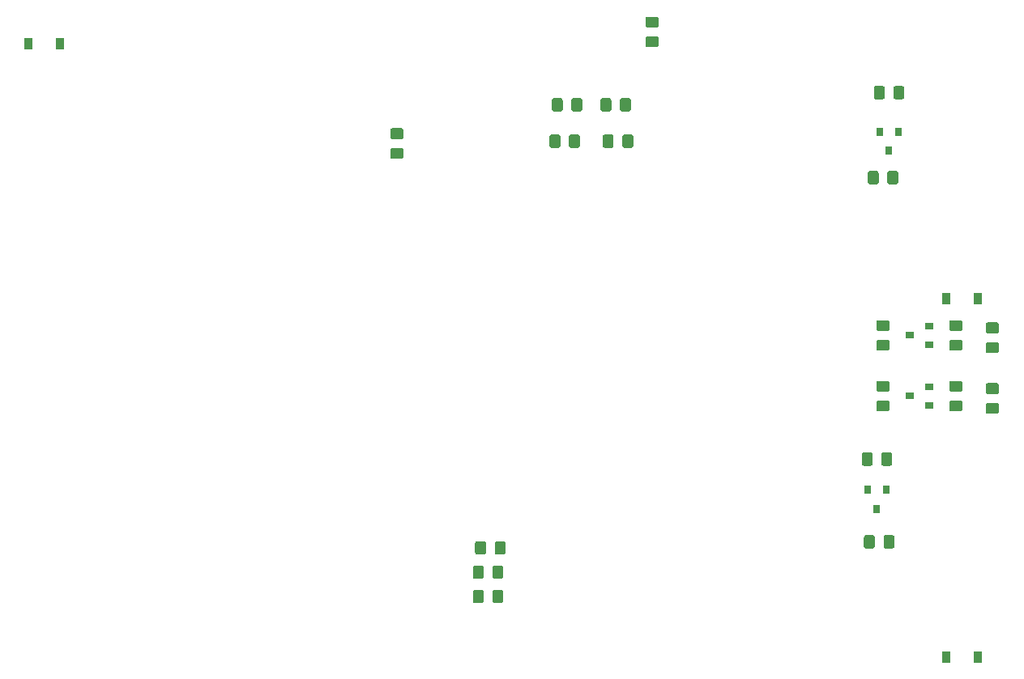
<source format=gbr>
G04 #@! TF.GenerationSoftware,KiCad,Pcbnew,5.1.5-52549c5~84~ubuntu18.04.1*
G04 #@! TF.CreationDate,2020-03-30T21:13:51+05:30*
G04 #@! TF.ProjectId,osvent_controller,6f737665-6e74-45f6-936f-6e74726f6c6c,rev?*
G04 #@! TF.SameCoordinates,Original*
G04 #@! TF.FileFunction,Paste,Top*
G04 #@! TF.FilePolarity,Positive*
%FSLAX46Y46*%
G04 Gerber Fmt 4.6, Leading zero omitted, Abs format (unit mm)*
G04 Created by KiCad (PCBNEW 5.1.5-52549c5~84~ubuntu18.04.1) date 2020-03-30 21:13:51*
%MOMM*%
%LPD*%
G04 APERTURE LIST*
%ADD10C,0.100000*%
%ADD11R,0.900000X0.800000*%
%ADD12R,0.800000X0.900000*%
%ADD13R,0.900000X1.200000*%
G04 APERTURE END LIST*
D10*
G36*
X151604505Y-68251204D02*
G01*
X151628773Y-68254804D01*
X151652572Y-68260765D01*
X151675671Y-68269030D01*
X151697850Y-68279520D01*
X151718893Y-68292132D01*
X151738599Y-68306747D01*
X151756777Y-68323223D01*
X151773253Y-68341401D01*
X151787868Y-68361107D01*
X151800480Y-68382150D01*
X151810970Y-68404329D01*
X151819235Y-68427428D01*
X151825196Y-68451227D01*
X151828796Y-68475495D01*
X151830000Y-68499999D01*
X151830000Y-69150001D01*
X151828796Y-69174505D01*
X151825196Y-69198773D01*
X151819235Y-69222572D01*
X151810970Y-69245671D01*
X151800480Y-69267850D01*
X151787868Y-69288893D01*
X151773253Y-69308599D01*
X151756777Y-69326777D01*
X151738599Y-69343253D01*
X151718893Y-69357868D01*
X151697850Y-69370480D01*
X151675671Y-69380970D01*
X151652572Y-69389235D01*
X151628773Y-69395196D01*
X151604505Y-69398796D01*
X151580001Y-69400000D01*
X150679999Y-69400000D01*
X150655495Y-69398796D01*
X150631227Y-69395196D01*
X150607428Y-69389235D01*
X150584329Y-69380970D01*
X150562150Y-69370480D01*
X150541107Y-69357868D01*
X150521401Y-69343253D01*
X150503223Y-69326777D01*
X150486747Y-69308599D01*
X150472132Y-69288893D01*
X150459520Y-69267850D01*
X150449030Y-69245671D01*
X150440765Y-69222572D01*
X150434804Y-69198773D01*
X150431204Y-69174505D01*
X150430000Y-69150001D01*
X150430000Y-68499999D01*
X150431204Y-68475495D01*
X150434804Y-68451227D01*
X150440765Y-68427428D01*
X150449030Y-68404329D01*
X150459520Y-68382150D01*
X150472132Y-68361107D01*
X150486747Y-68341401D01*
X150503223Y-68323223D01*
X150521401Y-68306747D01*
X150541107Y-68292132D01*
X150562150Y-68279520D01*
X150584329Y-68269030D01*
X150607428Y-68260765D01*
X150631227Y-68254804D01*
X150655495Y-68251204D01*
X150679999Y-68250000D01*
X151580001Y-68250000D01*
X151604505Y-68251204D01*
G37*
G36*
X151604505Y-70301204D02*
G01*
X151628773Y-70304804D01*
X151652572Y-70310765D01*
X151675671Y-70319030D01*
X151697850Y-70329520D01*
X151718893Y-70342132D01*
X151738599Y-70356747D01*
X151756777Y-70373223D01*
X151773253Y-70391401D01*
X151787868Y-70411107D01*
X151800480Y-70432150D01*
X151810970Y-70454329D01*
X151819235Y-70477428D01*
X151825196Y-70501227D01*
X151828796Y-70525495D01*
X151830000Y-70549999D01*
X151830000Y-71200001D01*
X151828796Y-71224505D01*
X151825196Y-71248773D01*
X151819235Y-71272572D01*
X151810970Y-71295671D01*
X151800480Y-71317850D01*
X151787868Y-71338893D01*
X151773253Y-71358599D01*
X151756777Y-71376777D01*
X151738599Y-71393253D01*
X151718893Y-71407868D01*
X151697850Y-71420480D01*
X151675671Y-71430970D01*
X151652572Y-71439235D01*
X151628773Y-71445196D01*
X151604505Y-71448796D01*
X151580001Y-71450000D01*
X150679999Y-71450000D01*
X150655495Y-71448796D01*
X150631227Y-71445196D01*
X150607428Y-71439235D01*
X150584329Y-71430970D01*
X150562150Y-71420480D01*
X150541107Y-71407868D01*
X150521401Y-71393253D01*
X150503223Y-71376777D01*
X150486747Y-71358599D01*
X150472132Y-71338893D01*
X150459520Y-71317850D01*
X150449030Y-71295671D01*
X150440765Y-71272572D01*
X150434804Y-71248773D01*
X150431204Y-71224505D01*
X150430000Y-71200001D01*
X150430000Y-70549999D01*
X150431204Y-70525495D01*
X150434804Y-70501227D01*
X150440765Y-70477428D01*
X150449030Y-70454329D01*
X150459520Y-70432150D01*
X150472132Y-70411107D01*
X150486747Y-70391401D01*
X150503223Y-70373223D01*
X150521401Y-70356747D01*
X150541107Y-70342132D01*
X150562150Y-70329520D01*
X150584329Y-70319030D01*
X150607428Y-70310765D01*
X150631227Y-70304804D01*
X150655495Y-70301204D01*
X150679999Y-70300000D01*
X151580001Y-70300000D01*
X151604505Y-70301204D01*
G37*
G36*
X151604505Y-61901204D02*
G01*
X151628773Y-61904804D01*
X151652572Y-61910765D01*
X151675671Y-61919030D01*
X151697850Y-61929520D01*
X151718893Y-61942132D01*
X151738599Y-61956747D01*
X151756777Y-61973223D01*
X151773253Y-61991401D01*
X151787868Y-62011107D01*
X151800480Y-62032150D01*
X151810970Y-62054329D01*
X151819235Y-62077428D01*
X151825196Y-62101227D01*
X151828796Y-62125495D01*
X151830000Y-62149999D01*
X151830000Y-62800001D01*
X151828796Y-62824505D01*
X151825196Y-62848773D01*
X151819235Y-62872572D01*
X151810970Y-62895671D01*
X151800480Y-62917850D01*
X151787868Y-62938893D01*
X151773253Y-62958599D01*
X151756777Y-62976777D01*
X151738599Y-62993253D01*
X151718893Y-63007868D01*
X151697850Y-63020480D01*
X151675671Y-63030970D01*
X151652572Y-63039235D01*
X151628773Y-63045196D01*
X151604505Y-63048796D01*
X151580001Y-63050000D01*
X150679999Y-63050000D01*
X150655495Y-63048796D01*
X150631227Y-63045196D01*
X150607428Y-63039235D01*
X150584329Y-63030970D01*
X150562150Y-63020480D01*
X150541107Y-63007868D01*
X150521401Y-62993253D01*
X150503223Y-62976777D01*
X150486747Y-62958599D01*
X150472132Y-62938893D01*
X150459520Y-62917850D01*
X150449030Y-62895671D01*
X150440765Y-62872572D01*
X150434804Y-62848773D01*
X150431204Y-62824505D01*
X150430000Y-62800001D01*
X150430000Y-62149999D01*
X150431204Y-62125495D01*
X150434804Y-62101227D01*
X150440765Y-62077428D01*
X150449030Y-62054329D01*
X150459520Y-62032150D01*
X150472132Y-62011107D01*
X150486747Y-61991401D01*
X150503223Y-61973223D01*
X150521401Y-61956747D01*
X150541107Y-61942132D01*
X150562150Y-61929520D01*
X150584329Y-61919030D01*
X150607428Y-61910765D01*
X150631227Y-61904804D01*
X150655495Y-61901204D01*
X150679999Y-61900000D01*
X151580001Y-61900000D01*
X151604505Y-61901204D01*
G37*
G36*
X151604505Y-63951204D02*
G01*
X151628773Y-63954804D01*
X151652572Y-63960765D01*
X151675671Y-63969030D01*
X151697850Y-63979520D01*
X151718893Y-63992132D01*
X151738599Y-64006747D01*
X151756777Y-64023223D01*
X151773253Y-64041401D01*
X151787868Y-64061107D01*
X151800480Y-64082150D01*
X151810970Y-64104329D01*
X151819235Y-64127428D01*
X151825196Y-64151227D01*
X151828796Y-64175495D01*
X151830000Y-64199999D01*
X151830000Y-64850001D01*
X151828796Y-64874505D01*
X151825196Y-64898773D01*
X151819235Y-64922572D01*
X151810970Y-64945671D01*
X151800480Y-64967850D01*
X151787868Y-64988893D01*
X151773253Y-65008599D01*
X151756777Y-65026777D01*
X151738599Y-65043253D01*
X151718893Y-65057868D01*
X151697850Y-65070480D01*
X151675671Y-65080970D01*
X151652572Y-65089235D01*
X151628773Y-65095196D01*
X151604505Y-65098796D01*
X151580001Y-65100000D01*
X150679999Y-65100000D01*
X150655495Y-65098796D01*
X150631227Y-65095196D01*
X150607428Y-65089235D01*
X150584329Y-65080970D01*
X150562150Y-65070480D01*
X150541107Y-65057868D01*
X150521401Y-65043253D01*
X150503223Y-65026777D01*
X150486747Y-65008599D01*
X150472132Y-64988893D01*
X150459520Y-64967850D01*
X150449030Y-64945671D01*
X150440765Y-64922572D01*
X150434804Y-64898773D01*
X150431204Y-64874505D01*
X150430000Y-64850001D01*
X150430000Y-64199999D01*
X150431204Y-64175495D01*
X150434804Y-64151227D01*
X150440765Y-64127428D01*
X150449030Y-64104329D01*
X150459520Y-64082150D01*
X150472132Y-64061107D01*
X150486747Y-64041401D01*
X150503223Y-64023223D01*
X150521401Y-64006747D01*
X150541107Y-63992132D01*
X150562150Y-63979520D01*
X150584329Y-63969030D01*
X150607428Y-63960765D01*
X150631227Y-63954804D01*
X150655495Y-63951204D01*
X150679999Y-63950000D01*
X151580001Y-63950000D01*
X151604505Y-63951204D01*
G37*
G36*
X155414505Y-68496204D02*
G01*
X155438773Y-68499804D01*
X155462572Y-68505765D01*
X155485671Y-68514030D01*
X155507850Y-68524520D01*
X155528893Y-68537132D01*
X155548599Y-68551747D01*
X155566777Y-68568223D01*
X155583253Y-68586401D01*
X155597868Y-68606107D01*
X155610480Y-68627150D01*
X155620970Y-68649329D01*
X155629235Y-68672428D01*
X155635196Y-68696227D01*
X155638796Y-68720495D01*
X155640000Y-68744999D01*
X155640000Y-69395001D01*
X155638796Y-69419505D01*
X155635196Y-69443773D01*
X155629235Y-69467572D01*
X155620970Y-69490671D01*
X155610480Y-69512850D01*
X155597868Y-69533893D01*
X155583253Y-69553599D01*
X155566777Y-69571777D01*
X155548599Y-69588253D01*
X155528893Y-69602868D01*
X155507850Y-69615480D01*
X155485671Y-69625970D01*
X155462572Y-69634235D01*
X155438773Y-69640196D01*
X155414505Y-69643796D01*
X155390001Y-69645000D01*
X154489999Y-69645000D01*
X154465495Y-69643796D01*
X154441227Y-69640196D01*
X154417428Y-69634235D01*
X154394329Y-69625970D01*
X154372150Y-69615480D01*
X154351107Y-69602868D01*
X154331401Y-69588253D01*
X154313223Y-69571777D01*
X154296747Y-69553599D01*
X154282132Y-69533893D01*
X154269520Y-69512850D01*
X154259030Y-69490671D01*
X154250765Y-69467572D01*
X154244804Y-69443773D01*
X154241204Y-69419505D01*
X154240000Y-69395001D01*
X154240000Y-68744999D01*
X154241204Y-68720495D01*
X154244804Y-68696227D01*
X154250765Y-68672428D01*
X154259030Y-68649329D01*
X154269520Y-68627150D01*
X154282132Y-68606107D01*
X154296747Y-68586401D01*
X154313223Y-68568223D01*
X154331401Y-68551747D01*
X154351107Y-68537132D01*
X154372150Y-68524520D01*
X154394329Y-68514030D01*
X154417428Y-68505765D01*
X154441227Y-68499804D01*
X154465495Y-68496204D01*
X154489999Y-68495000D01*
X155390001Y-68495000D01*
X155414505Y-68496204D01*
G37*
G36*
X155414505Y-70546204D02*
G01*
X155438773Y-70549804D01*
X155462572Y-70555765D01*
X155485671Y-70564030D01*
X155507850Y-70574520D01*
X155528893Y-70587132D01*
X155548599Y-70601747D01*
X155566777Y-70618223D01*
X155583253Y-70636401D01*
X155597868Y-70656107D01*
X155610480Y-70677150D01*
X155620970Y-70699329D01*
X155629235Y-70722428D01*
X155635196Y-70746227D01*
X155638796Y-70770495D01*
X155640000Y-70794999D01*
X155640000Y-71445001D01*
X155638796Y-71469505D01*
X155635196Y-71493773D01*
X155629235Y-71517572D01*
X155620970Y-71540671D01*
X155610480Y-71562850D01*
X155597868Y-71583893D01*
X155583253Y-71603599D01*
X155566777Y-71621777D01*
X155548599Y-71638253D01*
X155528893Y-71652868D01*
X155507850Y-71665480D01*
X155485671Y-71675970D01*
X155462572Y-71684235D01*
X155438773Y-71690196D01*
X155414505Y-71693796D01*
X155390001Y-71695000D01*
X154489999Y-71695000D01*
X154465495Y-71693796D01*
X154441227Y-71690196D01*
X154417428Y-71684235D01*
X154394329Y-71675970D01*
X154372150Y-71665480D01*
X154351107Y-71652868D01*
X154331401Y-71638253D01*
X154313223Y-71621777D01*
X154296747Y-71603599D01*
X154282132Y-71583893D01*
X154269520Y-71562850D01*
X154259030Y-71540671D01*
X154250765Y-71517572D01*
X154244804Y-71493773D01*
X154241204Y-71469505D01*
X154240000Y-71445001D01*
X154240000Y-70794999D01*
X154241204Y-70770495D01*
X154244804Y-70746227D01*
X154250765Y-70722428D01*
X154259030Y-70699329D01*
X154269520Y-70677150D01*
X154282132Y-70656107D01*
X154296747Y-70636401D01*
X154313223Y-70618223D01*
X154331401Y-70601747D01*
X154351107Y-70587132D01*
X154372150Y-70574520D01*
X154394329Y-70564030D01*
X154417428Y-70555765D01*
X154441227Y-70549804D01*
X154465495Y-70546204D01*
X154489999Y-70545000D01*
X155390001Y-70545000D01*
X155414505Y-70546204D01*
G37*
G36*
X155414505Y-62146204D02*
G01*
X155438773Y-62149804D01*
X155462572Y-62155765D01*
X155485671Y-62164030D01*
X155507850Y-62174520D01*
X155528893Y-62187132D01*
X155548599Y-62201747D01*
X155566777Y-62218223D01*
X155583253Y-62236401D01*
X155597868Y-62256107D01*
X155610480Y-62277150D01*
X155620970Y-62299329D01*
X155629235Y-62322428D01*
X155635196Y-62346227D01*
X155638796Y-62370495D01*
X155640000Y-62394999D01*
X155640000Y-63045001D01*
X155638796Y-63069505D01*
X155635196Y-63093773D01*
X155629235Y-63117572D01*
X155620970Y-63140671D01*
X155610480Y-63162850D01*
X155597868Y-63183893D01*
X155583253Y-63203599D01*
X155566777Y-63221777D01*
X155548599Y-63238253D01*
X155528893Y-63252868D01*
X155507850Y-63265480D01*
X155485671Y-63275970D01*
X155462572Y-63284235D01*
X155438773Y-63290196D01*
X155414505Y-63293796D01*
X155390001Y-63295000D01*
X154489999Y-63295000D01*
X154465495Y-63293796D01*
X154441227Y-63290196D01*
X154417428Y-63284235D01*
X154394329Y-63275970D01*
X154372150Y-63265480D01*
X154351107Y-63252868D01*
X154331401Y-63238253D01*
X154313223Y-63221777D01*
X154296747Y-63203599D01*
X154282132Y-63183893D01*
X154269520Y-63162850D01*
X154259030Y-63140671D01*
X154250765Y-63117572D01*
X154244804Y-63093773D01*
X154241204Y-63069505D01*
X154240000Y-63045001D01*
X154240000Y-62394999D01*
X154241204Y-62370495D01*
X154244804Y-62346227D01*
X154250765Y-62322428D01*
X154259030Y-62299329D01*
X154269520Y-62277150D01*
X154282132Y-62256107D01*
X154296747Y-62236401D01*
X154313223Y-62218223D01*
X154331401Y-62201747D01*
X154351107Y-62187132D01*
X154372150Y-62174520D01*
X154394329Y-62164030D01*
X154417428Y-62155765D01*
X154441227Y-62149804D01*
X154465495Y-62146204D01*
X154489999Y-62145000D01*
X155390001Y-62145000D01*
X155414505Y-62146204D01*
G37*
G36*
X155414505Y-64196204D02*
G01*
X155438773Y-64199804D01*
X155462572Y-64205765D01*
X155485671Y-64214030D01*
X155507850Y-64224520D01*
X155528893Y-64237132D01*
X155548599Y-64251747D01*
X155566777Y-64268223D01*
X155583253Y-64286401D01*
X155597868Y-64306107D01*
X155610480Y-64327150D01*
X155620970Y-64349329D01*
X155629235Y-64372428D01*
X155635196Y-64396227D01*
X155638796Y-64420495D01*
X155640000Y-64444999D01*
X155640000Y-65095001D01*
X155638796Y-65119505D01*
X155635196Y-65143773D01*
X155629235Y-65167572D01*
X155620970Y-65190671D01*
X155610480Y-65212850D01*
X155597868Y-65233893D01*
X155583253Y-65253599D01*
X155566777Y-65271777D01*
X155548599Y-65288253D01*
X155528893Y-65302868D01*
X155507850Y-65315480D01*
X155485671Y-65325970D01*
X155462572Y-65334235D01*
X155438773Y-65340196D01*
X155414505Y-65343796D01*
X155390001Y-65345000D01*
X154489999Y-65345000D01*
X154465495Y-65343796D01*
X154441227Y-65340196D01*
X154417428Y-65334235D01*
X154394329Y-65325970D01*
X154372150Y-65315480D01*
X154351107Y-65302868D01*
X154331401Y-65288253D01*
X154313223Y-65271777D01*
X154296747Y-65253599D01*
X154282132Y-65233893D01*
X154269520Y-65212850D01*
X154259030Y-65190671D01*
X154250765Y-65167572D01*
X154244804Y-65143773D01*
X154241204Y-65119505D01*
X154240000Y-65095001D01*
X154240000Y-64444999D01*
X154241204Y-64420495D01*
X154244804Y-64396227D01*
X154250765Y-64372428D01*
X154259030Y-64349329D01*
X154269520Y-64327150D01*
X154282132Y-64306107D01*
X154296747Y-64286401D01*
X154313223Y-64268223D01*
X154331401Y-64251747D01*
X154351107Y-64237132D01*
X154372150Y-64224520D01*
X154394329Y-64214030D01*
X154417428Y-64205765D01*
X154441227Y-64199804D01*
X154465495Y-64196204D01*
X154489999Y-64195000D01*
X155390001Y-64195000D01*
X155414505Y-64196204D01*
G37*
G36*
X143984505Y-68251204D02*
G01*
X144008773Y-68254804D01*
X144032572Y-68260765D01*
X144055671Y-68269030D01*
X144077850Y-68279520D01*
X144098893Y-68292132D01*
X144118599Y-68306747D01*
X144136777Y-68323223D01*
X144153253Y-68341401D01*
X144167868Y-68361107D01*
X144180480Y-68382150D01*
X144190970Y-68404329D01*
X144199235Y-68427428D01*
X144205196Y-68451227D01*
X144208796Y-68475495D01*
X144210000Y-68499999D01*
X144210000Y-69150001D01*
X144208796Y-69174505D01*
X144205196Y-69198773D01*
X144199235Y-69222572D01*
X144190970Y-69245671D01*
X144180480Y-69267850D01*
X144167868Y-69288893D01*
X144153253Y-69308599D01*
X144136777Y-69326777D01*
X144118599Y-69343253D01*
X144098893Y-69357868D01*
X144077850Y-69370480D01*
X144055671Y-69380970D01*
X144032572Y-69389235D01*
X144008773Y-69395196D01*
X143984505Y-69398796D01*
X143960001Y-69400000D01*
X143059999Y-69400000D01*
X143035495Y-69398796D01*
X143011227Y-69395196D01*
X142987428Y-69389235D01*
X142964329Y-69380970D01*
X142942150Y-69370480D01*
X142921107Y-69357868D01*
X142901401Y-69343253D01*
X142883223Y-69326777D01*
X142866747Y-69308599D01*
X142852132Y-69288893D01*
X142839520Y-69267850D01*
X142829030Y-69245671D01*
X142820765Y-69222572D01*
X142814804Y-69198773D01*
X142811204Y-69174505D01*
X142810000Y-69150001D01*
X142810000Y-68499999D01*
X142811204Y-68475495D01*
X142814804Y-68451227D01*
X142820765Y-68427428D01*
X142829030Y-68404329D01*
X142839520Y-68382150D01*
X142852132Y-68361107D01*
X142866747Y-68341401D01*
X142883223Y-68323223D01*
X142901401Y-68306747D01*
X142921107Y-68292132D01*
X142942150Y-68279520D01*
X142964329Y-68269030D01*
X142987428Y-68260765D01*
X143011227Y-68254804D01*
X143035495Y-68251204D01*
X143059999Y-68250000D01*
X143960001Y-68250000D01*
X143984505Y-68251204D01*
G37*
G36*
X143984505Y-70301204D02*
G01*
X144008773Y-70304804D01*
X144032572Y-70310765D01*
X144055671Y-70319030D01*
X144077850Y-70329520D01*
X144098893Y-70342132D01*
X144118599Y-70356747D01*
X144136777Y-70373223D01*
X144153253Y-70391401D01*
X144167868Y-70411107D01*
X144180480Y-70432150D01*
X144190970Y-70454329D01*
X144199235Y-70477428D01*
X144205196Y-70501227D01*
X144208796Y-70525495D01*
X144210000Y-70549999D01*
X144210000Y-71200001D01*
X144208796Y-71224505D01*
X144205196Y-71248773D01*
X144199235Y-71272572D01*
X144190970Y-71295671D01*
X144180480Y-71317850D01*
X144167868Y-71338893D01*
X144153253Y-71358599D01*
X144136777Y-71376777D01*
X144118599Y-71393253D01*
X144098893Y-71407868D01*
X144077850Y-71420480D01*
X144055671Y-71430970D01*
X144032572Y-71439235D01*
X144008773Y-71445196D01*
X143984505Y-71448796D01*
X143960001Y-71450000D01*
X143059999Y-71450000D01*
X143035495Y-71448796D01*
X143011227Y-71445196D01*
X142987428Y-71439235D01*
X142964329Y-71430970D01*
X142942150Y-71420480D01*
X142921107Y-71407868D01*
X142901401Y-71393253D01*
X142883223Y-71376777D01*
X142866747Y-71358599D01*
X142852132Y-71338893D01*
X142839520Y-71317850D01*
X142829030Y-71295671D01*
X142820765Y-71272572D01*
X142814804Y-71248773D01*
X142811204Y-71224505D01*
X142810000Y-71200001D01*
X142810000Y-70549999D01*
X142811204Y-70525495D01*
X142814804Y-70501227D01*
X142820765Y-70477428D01*
X142829030Y-70454329D01*
X142839520Y-70432150D01*
X142852132Y-70411107D01*
X142866747Y-70391401D01*
X142883223Y-70373223D01*
X142901401Y-70356747D01*
X142921107Y-70342132D01*
X142942150Y-70329520D01*
X142964329Y-70319030D01*
X142987428Y-70310765D01*
X143011227Y-70304804D01*
X143035495Y-70301204D01*
X143059999Y-70300000D01*
X143960001Y-70300000D01*
X143984505Y-70301204D01*
G37*
G36*
X143984505Y-61901204D02*
G01*
X144008773Y-61904804D01*
X144032572Y-61910765D01*
X144055671Y-61919030D01*
X144077850Y-61929520D01*
X144098893Y-61942132D01*
X144118599Y-61956747D01*
X144136777Y-61973223D01*
X144153253Y-61991401D01*
X144167868Y-62011107D01*
X144180480Y-62032150D01*
X144190970Y-62054329D01*
X144199235Y-62077428D01*
X144205196Y-62101227D01*
X144208796Y-62125495D01*
X144210000Y-62149999D01*
X144210000Y-62800001D01*
X144208796Y-62824505D01*
X144205196Y-62848773D01*
X144199235Y-62872572D01*
X144190970Y-62895671D01*
X144180480Y-62917850D01*
X144167868Y-62938893D01*
X144153253Y-62958599D01*
X144136777Y-62976777D01*
X144118599Y-62993253D01*
X144098893Y-63007868D01*
X144077850Y-63020480D01*
X144055671Y-63030970D01*
X144032572Y-63039235D01*
X144008773Y-63045196D01*
X143984505Y-63048796D01*
X143960001Y-63050000D01*
X143059999Y-63050000D01*
X143035495Y-63048796D01*
X143011227Y-63045196D01*
X142987428Y-63039235D01*
X142964329Y-63030970D01*
X142942150Y-63020480D01*
X142921107Y-63007868D01*
X142901401Y-62993253D01*
X142883223Y-62976777D01*
X142866747Y-62958599D01*
X142852132Y-62938893D01*
X142839520Y-62917850D01*
X142829030Y-62895671D01*
X142820765Y-62872572D01*
X142814804Y-62848773D01*
X142811204Y-62824505D01*
X142810000Y-62800001D01*
X142810000Y-62149999D01*
X142811204Y-62125495D01*
X142814804Y-62101227D01*
X142820765Y-62077428D01*
X142829030Y-62054329D01*
X142839520Y-62032150D01*
X142852132Y-62011107D01*
X142866747Y-61991401D01*
X142883223Y-61973223D01*
X142901401Y-61956747D01*
X142921107Y-61942132D01*
X142942150Y-61929520D01*
X142964329Y-61919030D01*
X142987428Y-61910765D01*
X143011227Y-61904804D01*
X143035495Y-61901204D01*
X143059999Y-61900000D01*
X143960001Y-61900000D01*
X143984505Y-61901204D01*
G37*
G36*
X143984505Y-63951204D02*
G01*
X144008773Y-63954804D01*
X144032572Y-63960765D01*
X144055671Y-63969030D01*
X144077850Y-63979520D01*
X144098893Y-63992132D01*
X144118599Y-64006747D01*
X144136777Y-64023223D01*
X144153253Y-64041401D01*
X144167868Y-64061107D01*
X144180480Y-64082150D01*
X144190970Y-64104329D01*
X144199235Y-64127428D01*
X144205196Y-64151227D01*
X144208796Y-64175495D01*
X144210000Y-64199999D01*
X144210000Y-64850001D01*
X144208796Y-64874505D01*
X144205196Y-64898773D01*
X144199235Y-64922572D01*
X144190970Y-64945671D01*
X144180480Y-64967850D01*
X144167868Y-64988893D01*
X144153253Y-65008599D01*
X144136777Y-65026777D01*
X144118599Y-65043253D01*
X144098893Y-65057868D01*
X144077850Y-65070480D01*
X144055671Y-65080970D01*
X144032572Y-65089235D01*
X144008773Y-65095196D01*
X143984505Y-65098796D01*
X143960001Y-65100000D01*
X143059999Y-65100000D01*
X143035495Y-65098796D01*
X143011227Y-65095196D01*
X142987428Y-65089235D01*
X142964329Y-65080970D01*
X142942150Y-65070480D01*
X142921107Y-65057868D01*
X142901401Y-65043253D01*
X142883223Y-65026777D01*
X142866747Y-65008599D01*
X142852132Y-64988893D01*
X142839520Y-64967850D01*
X142829030Y-64945671D01*
X142820765Y-64922572D01*
X142814804Y-64898773D01*
X142811204Y-64874505D01*
X142810000Y-64850001D01*
X142810000Y-64199999D01*
X142811204Y-64175495D01*
X142814804Y-64151227D01*
X142820765Y-64127428D01*
X142829030Y-64104329D01*
X142839520Y-64082150D01*
X142852132Y-64061107D01*
X142866747Y-64041401D01*
X142883223Y-64023223D01*
X142901401Y-64006747D01*
X142921107Y-63992132D01*
X142942150Y-63979520D01*
X142964329Y-63969030D01*
X142987428Y-63960765D01*
X143011227Y-63954804D01*
X143035495Y-63951204D01*
X143059999Y-63950000D01*
X143960001Y-63950000D01*
X143984505Y-63951204D01*
G37*
D11*
X146320000Y-69850000D03*
X148320000Y-68900000D03*
X148320000Y-70800000D03*
X146320000Y-63500000D03*
X148320000Y-62550000D03*
X148320000Y-64450000D03*
D12*
X142875000Y-81645000D03*
X141925000Y-79645000D03*
X143825000Y-79645000D03*
D10*
G36*
X142834505Y-46291204D02*
G01*
X142858773Y-46294804D01*
X142882572Y-46300765D01*
X142905671Y-46309030D01*
X142927850Y-46319520D01*
X142948893Y-46332132D01*
X142968599Y-46346747D01*
X142986777Y-46363223D01*
X143003253Y-46381401D01*
X143017868Y-46401107D01*
X143030480Y-46422150D01*
X143040970Y-46444329D01*
X143049235Y-46467428D01*
X143055196Y-46491227D01*
X143058796Y-46515495D01*
X143060000Y-46539999D01*
X143060000Y-47440001D01*
X143058796Y-47464505D01*
X143055196Y-47488773D01*
X143049235Y-47512572D01*
X143040970Y-47535671D01*
X143030480Y-47557850D01*
X143017868Y-47578893D01*
X143003253Y-47598599D01*
X142986777Y-47616777D01*
X142968599Y-47633253D01*
X142948893Y-47647868D01*
X142927850Y-47660480D01*
X142905671Y-47670970D01*
X142882572Y-47679235D01*
X142858773Y-47685196D01*
X142834505Y-47688796D01*
X142810001Y-47690000D01*
X142159999Y-47690000D01*
X142135495Y-47688796D01*
X142111227Y-47685196D01*
X142087428Y-47679235D01*
X142064329Y-47670970D01*
X142042150Y-47660480D01*
X142021107Y-47647868D01*
X142001401Y-47633253D01*
X141983223Y-47616777D01*
X141966747Y-47598599D01*
X141952132Y-47578893D01*
X141939520Y-47557850D01*
X141929030Y-47535671D01*
X141920765Y-47512572D01*
X141914804Y-47488773D01*
X141911204Y-47464505D01*
X141910000Y-47440001D01*
X141910000Y-46539999D01*
X141911204Y-46515495D01*
X141914804Y-46491227D01*
X141920765Y-46467428D01*
X141929030Y-46444329D01*
X141939520Y-46422150D01*
X141952132Y-46401107D01*
X141966747Y-46381401D01*
X141983223Y-46363223D01*
X142001401Y-46346747D01*
X142021107Y-46332132D01*
X142042150Y-46319520D01*
X142064329Y-46309030D01*
X142087428Y-46300765D01*
X142111227Y-46294804D01*
X142135495Y-46291204D01*
X142159999Y-46290000D01*
X142810001Y-46290000D01*
X142834505Y-46291204D01*
G37*
G36*
X144884505Y-46291204D02*
G01*
X144908773Y-46294804D01*
X144932572Y-46300765D01*
X144955671Y-46309030D01*
X144977850Y-46319520D01*
X144998893Y-46332132D01*
X145018599Y-46346747D01*
X145036777Y-46363223D01*
X145053253Y-46381401D01*
X145067868Y-46401107D01*
X145080480Y-46422150D01*
X145090970Y-46444329D01*
X145099235Y-46467428D01*
X145105196Y-46491227D01*
X145108796Y-46515495D01*
X145110000Y-46539999D01*
X145110000Y-47440001D01*
X145108796Y-47464505D01*
X145105196Y-47488773D01*
X145099235Y-47512572D01*
X145090970Y-47535671D01*
X145080480Y-47557850D01*
X145067868Y-47578893D01*
X145053253Y-47598599D01*
X145036777Y-47616777D01*
X145018599Y-47633253D01*
X144998893Y-47647868D01*
X144977850Y-47660480D01*
X144955671Y-47670970D01*
X144932572Y-47679235D01*
X144908773Y-47685196D01*
X144884505Y-47688796D01*
X144860001Y-47690000D01*
X144209999Y-47690000D01*
X144185495Y-47688796D01*
X144161227Y-47685196D01*
X144137428Y-47679235D01*
X144114329Y-47670970D01*
X144092150Y-47660480D01*
X144071107Y-47647868D01*
X144051401Y-47633253D01*
X144033223Y-47616777D01*
X144016747Y-47598599D01*
X144002132Y-47578893D01*
X143989520Y-47557850D01*
X143979030Y-47535671D01*
X143970765Y-47512572D01*
X143964804Y-47488773D01*
X143961204Y-47464505D01*
X143960000Y-47440001D01*
X143960000Y-46539999D01*
X143961204Y-46515495D01*
X143964804Y-46491227D01*
X143970765Y-46467428D01*
X143979030Y-46444329D01*
X143989520Y-46422150D01*
X144002132Y-46401107D01*
X144016747Y-46381401D01*
X144033223Y-46363223D01*
X144051401Y-46346747D01*
X144071107Y-46332132D01*
X144092150Y-46319520D01*
X144114329Y-46309030D01*
X144137428Y-46300765D01*
X144161227Y-46294804D01*
X144185495Y-46291204D01*
X144209999Y-46290000D01*
X144860001Y-46290000D01*
X144884505Y-46291204D01*
G37*
D13*
X153415000Y-59690000D03*
X150115000Y-59690000D03*
D10*
G36*
X142199505Y-75746204D02*
G01*
X142223773Y-75749804D01*
X142247572Y-75755765D01*
X142270671Y-75764030D01*
X142292850Y-75774520D01*
X142313893Y-75787132D01*
X142333599Y-75801747D01*
X142351777Y-75818223D01*
X142368253Y-75836401D01*
X142382868Y-75856107D01*
X142395480Y-75877150D01*
X142405970Y-75899329D01*
X142414235Y-75922428D01*
X142420196Y-75946227D01*
X142423796Y-75970495D01*
X142425000Y-75994999D01*
X142425000Y-76895001D01*
X142423796Y-76919505D01*
X142420196Y-76943773D01*
X142414235Y-76967572D01*
X142405970Y-76990671D01*
X142395480Y-77012850D01*
X142382868Y-77033893D01*
X142368253Y-77053599D01*
X142351777Y-77071777D01*
X142333599Y-77088253D01*
X142313893Y-77102868D01*
X142292850Y-77115480D01*
X142270671Y-77125970D01*
X142247572Y-77134235D01*
X142223773Y-77140196D01*
X142199505Y-77143796D01*
X142175001Y-77145000D01*
X141524999Y-77145000D01*
X141500495Y-77143796D01*
X141476227Y-77140196D01*
X141452428Y-77134235D01*
X141429329Y-77125970D01*
X141407150Y-77115480D01*
X141386107Y-77102868D01*
X141366401Y-77088253D01*
X141348223Y-77071777D01*
X141331747Y-77053599D01*
X141317132Y-77033893D01*
X141304520Y-77012850D01*
X141294030Y-76990671D01*
X141285765Y-76967572D01*
X141279804Y-76943773D01*
X141276204Y-76919505D01*
X141275000Y-76895001D01*
X141275000Y-75994999D01*
X141276204Y-75970495D01*
X141279804Y-75946227D01*
X141285765Y-75922428D01*
X141294030Y-75899329D01*
X141304520Y-75877150D01*
X141317132Y-75856107D01*
X141331747Y-75836401D01*
X141348223Y-75818223D01*
X141366401Y-75801747D01*
X141386107Y-75787132D01*
X141407150Y-75774520D01*
X141429329Y-75764030D01*
X141452428Y-75755765D01*
X141476227Y-75749804D01*
X141500495Y-75746204D01*
X141524999Y-75745000D01*
X142175001Y-75745000D01*
X142199505Y-75746204D01*
G37*
G36*
X144249505Y-75746204D02*
G01*
X144273773Y-75749804D01*
X144297572Y-75755765D01*
X144320671Y-75764030D01*
X144342850Y-75774520D01*
X144363893Y-75787132D01*
X144383599Y-75801747D01*
X144401777Y-75818223D01*
X144418253Y-75836401D01*
X144432868Y-75856107D01*
X144445480Y-75877150D01*
X144455970Y-75899329D01*
X144464235Y-75922428D01*
X144470196Y-75946227D01*
X144473796Y-75970495D01*
X144475000Y-75994999D01*
X144475000Y-76895001D01*
X144473796Y-76919505D01*
X144470196Y-76943773D01*
X144464235Y-76967572D01*
X144455970Y-76990671D01*
X144445480Y-77012850D01*
X144432868Y-77033893D01*
X144418253Y-77053599D01*
X144401777Y-77071777D01*
X144383599Y-77088253D01*
X144363893Y-77102868D01*
X144342850Y-77115480D01*
X144320671Y-77125970D01*
X144297572Y-77134235D01*
X144273773Y-77140196D01*
X144249505Y-77143796D01*
X144225001Y-77145000D01*
X143574999Y-77145000D01*
X143550495Y-77143796D01*
X143526227Y-77140196D01*
X143502428Y-77134235D01*
X143479329Y-77125970D01*
X143457150Y-77115480D01*
X143436107Y-77102868D01*
X143416401Y-77088253D01*
X143398223Y-77071777D01*
X143381747Y-77053599D01*
X143367132Y-77033893D01*
X143354520Y-77012850D01*
X143344030Y-76990671D01*
X143335765Y-76967572D01*
X143329804Y-76943773D01*
X143326204Y-76919505D01*
X143325000Y-76895001D01*
X143325000Y-75994999D01*
X143326204Y-75970495D01*
X143329804Y-75946227D01*
X143335765Y-75922428D01*
X143344030Y-75899329D01*
X143354520Y-75877150D01*
X143367132Y-75856107D01*
X143381747Y-75836401D01*
X143398223Y-75818223D01*
X143416401Y-75801747D01*
X143436107Y-75787132D01*
X143457150Y-75774520D01*
X143479329Y-75764030D01*
X143502428Y-75755765D01*
X143526227Y-75749804D01*
X143550495Y-75746204D01*
X143574999Y-75745000D01*
X144225001Y-75745000D01*
X144249505Y-75746204D01*
G37*
G36*
X144494505Y-84391204D02*
G01*
X144518773Y-84394804D01*
X144542572Y-84400765D01*
X144565671Y-84409030D01*
X144587850Y-84419520D01*
X144608893Y-84432132D01*
X144628599Y-84446747D01*
X144646777Y-84463223D01*
X144663253Y-84481401D01*
X144677868Y-84501107D01*
X144690480Y-84522150D01*
X144700970Y-84544329D01*
X144709235Y-84567428D01*
X144715196Y-84591227D01*
X144718796Y-84615495D01*
X144720000Y-84639999D01*
X144720000Y-85540001D01*
X144718796Y-85564505D01*
X144715196Y-85588773D01*
X144709235Y-85612572D01*
X144700970Y-85635671D01*
X144690480Y-85657850D01*
X144677868Y-85678893D01*
X144663253Y-85698599D01*
X144646777Y-85716777D01*
X144628599Y-85733253D01*
X144608893Y-85747868D01*
X144587850Y-85760480D01*
X144565671Y-85770970D01*
X144542572Y-85779235D01*
X144518773Y-85785196D01*
X144494505Y-85788796D01*
X144470001Y-85790000D01*
X143819999Y-85790000D01*
X143795495Y-85788796D01*
X143771227Y-85785196D01*
X143747428Y-85779235D01*
X143724329Y-85770970D01*
X143702150Y-85760480D01*
X143681107Y-85747868D01*
X143661401Y-85733253D01*
X143643223Y-85716777D01*
X143626747Y-85698599D01*
X143612132Y-85678893D01*
X143599520Y-85657850D01*
X143589030Y-85635671D01*
X143580765Y-85612572D01*
X143574804Y-85588773D01*
X143571204Y-85564505D01*
X143570000Y-85540001D01*
X143570000Y-84639999D01*
X143571204Y-84615495D01*
X143574804Y-84591227D01*
X143580765Y-84567428D01*
X143589030Y-84544329D01*
X143599520Y-84522150D01*
X143612132Y-84501107D01*
X143626747Y-84481401D01*
X143643223Y-84463223D01*
X143661401Y-84446747D01*
X143681107Y-84432132D01*
X143702150Y-84419520D01*
X143724329Y-84409030D01*
X143747428Y-84400765D01*
X143771227Y-84394804D01*
X143795495Y-84391204D01*
X143819999Y-84390000D01*
X144470001Y-84390000D01*
X144494505Y-84391204D01*
G37*
G36*
X142444505Y-84391204D02*
G01*
X142468773Y-84394804D01*
X142492572Y-84400765D01*
X142515671Y-84409030D01*
X142537850Y-84419520D01*
X142558893Y-84432132D01*
X142578599Y-84446747D01*
X142596777Y-84463223D01*
X142613253Y-84481401D01*
X142627868Y-84501107D01*
X142640480Y-84522150D01*
X142650970Y-84544329D01*
X142659235Y-84567428D01*
X142665196Y-84591227D01*
X142668796Y-84615495D01*
X142670000Y-84639999D01*
X142670000Y-85540001D01*
X142668796Y-85564505D01*
X142665196Y-85588773D01*
X142659235Y-85612572D01*
X142650970Y-85635671D01*
X142640480Y-85657850D01*
X142627868Y-85678893D01*
X142613253Y-85698599D01*
X142596777Y-85716777D01*
X142578599Y-85733253D01*
X142558893Y-85747868D01*
X142537850Y-85760480D01*
X142515671Y-85770970D01*
X142492572Y-85779235D01*
X142468773Y-85785196D01*
X142444505Y-85788796D01*
X142420001Y-85790000D01*
X141769999Y-85790000D01*
X141745495Y-85788796D01*
X141721227Y-85785196D01*
X141697428Y-85779235D01*
X141674329Y-85770970D01*
X141652150Y-85760480D01*
X141631107Y-85747868D01*
X141611401Y-85733253D01*
X141593223Y-85716777D01*
X141576747Y-85698599D01*
X141562132Y-85678893D01*
X141549520Y-85657850D01*
X141539030Y-85635671D01*
X141530765Y-85612572D01*
X141524804Y-85588773D01*
X141521204Y-85564505D01*
X141520000Y-85540001D01*
X141520000Y-84639999D01*
X141521204Y-84615495D01*
X141524804Y-84591227D01*
X141530765Y-84567428D01*
X141539030Y-84544329D01*
X141549520Y-84522150D01*
X141562132Y-84501107D01*
X141576747Y-84481401D01*
X141593223Y-84463223D01*
X141611401Y-84446747D01*
X141631107Y-84432132D01*
X141652150Y-84419520D01*
X141674329Y-84409030D01*
X141697428Y-84400765D01*
X141721227Y-84394804D01*
X141745495Y-84391204D01*
X141769999Y-84390000D01*
X142420001Y-84390000D01*
X142444505Y-84391204D01*
G37*
G36*
X143469505Y-37401204D02*
G01*
X143493773Y-37404804D01*
X143517572Y-37410765D01*
X143540671Y-37419030D01*
X143562850Y-37429520D01*
X143583893Y-37442132D01*
X143603599Y-37456747D01*
X143621777Y-37473223D01*
X143638253Y-37491401D01*
X143652868Y-37511107D01*
X143665480Y-37532150D01*
X143675970Y-37554329D01*
X143684235Y-37577428D01*
X143690196Y-37601227D01*
X143693796Y-37625495D01*
X143695000Y-37649999D01*
X143695000Y-38550001D01*
X143693796Y-38574505D01*
X143690196Y-38598773D01*
X143684235Y-38622572D01*
X143675970Y-38645671D01*
X143665480Y-38667850D01*
X143652868Y-38688893D01*
X143638253Y-38708599D01*
X143621777Y-38726777D01*
X143603599Y-38743253D01*
X143583893Y-38757868D01*
X143562850Y-38770480D01*
X143540671Y-38780970D01*
X143517572Y-38789235D01*
X143493773Y-38795196D01*
X143469505Y-38798796D01*
X143445001Y-38800000D01*
X142794999Y-38800000D01*
X142770495Y-38798796D01*
X142746227Y-38795196D01*
X142722428Y-38789235D01*
X142699329Y-38780970D01*
X142677150Y-38770480D01*
X142656107Y-38757868D01*
X142636401Y-38743253D01*
X142618223Y-38726777D01*
X142601747Y-38708599D01*
X142587132Y-38688893D01*
X142574520Y-38667850D01*
X142564030Y-38645671D01*
X142555765Y-38622572D01*
X142549804Y-38598773D01*
X142546204Y-38574505D01*
X142545000Y-38550001D01*
X142545000Y-37649999D01*
X142546204Y-37625495D01*
X142549804Y-37601227D01*
X142555765Y-37577428D01*
X142564030Y-37554329D01*
X142574520Y-37532150D01*
X142587132Y-37511107D01*
X142601747Y-37491401D01*
X142618223Y-37473223D01*
X142636401Y-37456747D01*
X142656107Y-37442132D01*
X142677150Y-37429520D01*
X142699329Y-37419030D01*
X142722428Y-37410765D01*
X142746227Y-37404804D01*
X142770495Y-37401204D01*
X142794999Y-37400000D01*
X143445001Y-37400000D01*
X143469505Y-37401204D01*
G37*
G36*
X145519505Y-37401204D02*
G01*
X145543773Y-37404804D01*
X145567572Y-37410765D01*
X145590671Y-37419030D01*
X145612850Y-37429520D01*
X145633893Y-37442132D01*
X145653599Y-37456747D01*
X145671777Y-37473223D01*
X145688253Y-37491401D01*
X145702868Y-37511107D01*
X145715480Y-37532150D01*
X145725970Y-37554329D01*
X145734235Y-37577428D01*
X145740196Y-37601227D01*
X145743796Y-37625495D01*
X145745000Y-37649999D01*
X145745000Y-38550001D01*
X145743796Y-38574505D01*
X145740196Y-38598773D01*
X145734235Y-38622572D01*
X145725970Y-38645671D01*
X145715480Y-38667850D01*
X145702868Y-38688893D01*
X145688253Y-38708599D01*
X145671777Y-38726777D01*
X145653599Y-38743253D01*
X145633893Y-38757868D01*
X145612850Y-38770480D01*
X145590671Y-38780970D01*
X145567572Y-38789235D01*
X145543773Y-38795196D01*
X145519505Y-38798796D01*
X145495001Y-38800000D01*
X144844999Y-38800000D01*
X144820495Y-38798796D01*
X144796227Y-38795196D01*
X144772428Y-38789235D01*
X144749329Y-38780970D01*
X144727150Y-38770480D01*
X144706107Y-38757868D01*
X144686401Y-38743253D01*
X144668223Y-38726777D01*
X144651747Y-38708599D01*
X144637132Y-38688893D01*
X144624520Y-38667850D01*
X144614030Y-38645671D01*
X144605765Y-38622572D01*
X144599804Y-38598773D01*
X144596204Y-38574505D01*
X144595000Y-38550001D01*
X144595000Y-37649999D01*
X144596204Y-37625495D01*
X144599804Y-37601227D01*
X144605765Y-37577428D01*
X144614030Y-37554329D01*
X144624520Y-37532150D01*
X144637132Y-37511107D01*
X144651747Y-37491401D01*
X144668223Y-37473223D01*
X144686401Y-37456747D01*
X144706107Y-37442132D01*
X144727150Y-37429520D01*
X144749329Y-37419030D01*
X144772428Y-37410765D01*
X144796227Y-37404804D01*
X144820495Y-37401204D01*
X144844999Y-37400000D01*
X145495001Y-37400000D01*
X145519505Y-37401204D01*
G37*
D12*
X144145000Y-44180000D03*
X143195000Y-42180000D03*
X145095000Y-42180000D03*
D13*
X153415000Y-97155000D03*
X150115000Y-97155000D03*
X57530000Y-33020000D03*
X54230000Y-33020000D03*
D10*
G36*
X101804505Y-85026204D02*
G01*
X101828773Y-85029804D01*
X101852572Y-85035765D01*
X101875671Y-85044030D01*
X101897850Y-85054520D01*
X101918893Y-85067132D01*
X101938599Y-85081747D01*
X101956777Y-85098223D01*
X101973253Y-85116401D01*
X101987868Y-85136107D01*
X102000480Y-85157150D01*
X102010970Y-85179329D01*
X102019235Y-85202428D01*
X102025196Y-85226227D01*
X102028796Y-85250495D01*
X102030000Y-85274999D01*
X102030000Y-86175001D01*
X102028796Y-86199505D01*
X102025196Y-86223773D01*
X102019235Y-86247572D01*
X102010970Y-86270671D01*
X102000480Y-86292850D01*
X101987868Y-86313893D01*
X101973253Y-86333599D01*
X101956777Y-86351777D01*
X101938599Y-86368253D01*
X101918893Y-86382868D01*
X101897850Y-86395480D01*
X101875671Y-86405970D01*
X101852572Y-86414235D01*
X101828773Y-86420196D01*
X101804505Y-86423796D01*
X101780001Y-86425000D01*
X101129999Y-86425000D01*
X101105495Y-86423796D01*
X101081227Y-86420196D01*
X101057428Y-86414235D01*
X101034329Y-86405970D01*
X101012150Y-86395480D01*
X100991107Y-86382868D01*
X100971401Y-86368253D01*
X100953223Y-86351777D01*
X100936747Y-86333599D01*
X100922132Y-86313893D01*
X100909520Y-86292850D01*
X100899030Y-86270671D01*
X100890765Y-86247572D01*
X100884804Y-86223773D01*
X100881204Y-86199505D01*
X100880000Y-86175001D01*
X100880000Y-85274999D01*
X100881204Y-85250495D01*
X100884804Y-85226227D01*
X100890765Y-85202428D01*
X100899030Y-85179329D01*
X100909520Y-85157150D01*
X100922132Y-85136107D01*
X100936747Y-85116401D01*
X100953223Y-85098223D01*
X100971401Y-85081747D01*
X100991107Y-85067132D01*
X101012150Y-85054520D01*
X101034329Y-85044030D01*
X101057428Y-85035765D01*
X101081227Y-85029804D01*
X101105495Y-85026204D01*
X101129999Y-85025000D01*
X101780001Y-85025000D01*
X101804505Y-85026204D01*
G37*
G36*
X103854505Y-85026204D02*
G01*
X103878773Y-85029804D01*
X103902572Y-85035765D01*
X103925671Y-85044030D01*
X103947850Y-85054520D01*
X103968893Y-85067132D01*
X103988599Y-85081747D01*
X104006777Y-85098223D01*
X104023253Y-85116401D01*
X104037868Y-85136107D01*
X104050480Y-85157150D01*
X104060970Y-85179329D01*
X104069235Y-85202428D01*
X104075196Y-85226227D01*
X104078796Y-85250495D01*
X104080000Y-85274999D01*
X104080000Y-86175001D01*
X104078796Y-86199505D01*
X104075196Y-86223773D01*
X104069235Y-86247572D01*
X104060970Y-86270671D01*
X104050480Y-86292850D01*
X104037868Y-86313893D01*
X104023253Y-86333599D01*
X104006777Y-86351777D01*
X103988599Y-86368253D01*
X103968893Y-86382868D01*
X103947850Y-86395480D01*
X103925671Y-86405970D01*
X103902572Y-86414235D01*
X103878773Y-86420196D01*
X103854505Y-86423796D01*
X103830001Y-86425000D01*
X103179999Y-86425000D01*
X103155495Y-86423796D01*
X103131227Y-86420196D01*
X103107428Y-86414235D01*
X103084329Y-86405970D01*
X103062150Y-86395480D01*
X103041107Y-86382868D01*
X103021401Y-86368253D01*
X103003223Y-86351777D01*
X102986747Y-86333599D01*
X102972132Y-86313893D01*
X102959520Y-86292850D01*
X102949030Y-86270671D01*
X102940765Y-86247572D01*
X102934804Y-86223773D01*
X102931204Y-86199505D01*
X102930000Y-86175001D01*
X102930000Y-85274999D01*
X102931204Y-85250495D01*
X102934804Y-85226227D01*
X102940765Y-85202428D01*
X102949030Y-85179329D01*
X102959520Y-85157150D01*
X102972132Y-85136107D01*
X102986747Y-85116401D01*
X103003223Y-85098223D01*
X103021401Y-85081747D01*
X103041107Y-85067132D01*
X103062150Y-85054520D01*
X103084329Y-85044030D01*
X103107428Y-85035765D01*
X103131227Y-85029804D01*
X103155495Y-85026204D01*
X103179999Y-85025000D01*
X103830001Y-85025000D01*
X103854505Y-85026204D01*
G37*
G36*
X103609505Y-87566204D02*
G01*
X103633773Y-87569804D01*
X103657572Y-87575765D01*
X103680671Y-87584030D01*
X103702850Y-87594520D01*
X103723893Y-87607132D01*
X103743599Y-87621747D01*
X103761777Y-87638223D01*
X103778253Y-87656401D01*
X103792868Y-87676107D01*
X103805480Y-87697150D01*
X103815970Y-87719329D01*
X103824235Y-87742428D01*
X103830196Y-87766227D01*
X103833796Y-87790495D01*
X103835000Y-87814999D01*
X103835000Y-88715001D01*
X103833796Y-88739505D01*
X103830196Y-88763773D01*
X103824235Y-88787572D01*
X103815970Y-88810671D01*
X103805480Y-88832850D01*
X103792868Y-88853893D01*
X103778253Y-88873599D01*
X103761777Y-88891777D01*
X103743599Y-88908253D01*
X103723893Y-88922868D01*
X103702850Y-88935480D01*
X103680671Y-88945970D01*
X103657572Y-88954235D01*
X103633773Y-88960196D01*
X103609505Y-88963796D01*
X103585001Y-88965000D01*
X102934999Y-88965000D01*
X102910495Y-88963796D01*
X102886227Y-88960196D01*
X102862428Y-88954235D01*
X102839329Y-88945970D01*
X102817150Y-88935480D01*
X102796107Y-88922868D01*
X102776401Y-88908253D01*
X102758223Y-88891777D01*
X102741747Y-88873599D01*
X102727132Y-88853893D01*
X102714520Y-88832850D01*
X102704030Y-88810671D01*
X102695765Y-88787572D01*
X102689804Y-88763773D01*
X102686204Y-88739505D01*
X102685000Y-88715001D01*
X102685000Y-87814999D01*
X102686204Y-87790495D01*
X102689804Y-87766227D01*
X102695765Y-87742428D01*
X102704030Y-87719329D01*
X102714520Y-87697150D01*
X102727132Y-87676107D01*
X102741747Y-87656401D01*
X102758223Y-87638223D01*
X102776401Y-87621747D01*
X102796107Y-87607132D01*
X102817150Y-87594520D01*
X102839329Y-87584030D01*
X102862428Y-87575765D01*
X102886227Y-87569804D01*
X102910495Y-87566204D01*
X102934999Y-87565000D01*
X103585001Y-87565000D01*
X103609505Y-87566204D01*
G37*
G36*
X101559505Y-87566204D02*
G01*
X101583773Y-87569804D01*
X101607572Y-87575765D01*
X101630671Y-87584030D01*
X101652850Y-87594520D01*
X101673893Y-87607132D01*
X101693599Y-87621747D01*
X101711777Y-87638223D01*
X101728253Y-87656401D01*
X101742868Y-87676107D01*
X101755480Y-87697150D01*
X101765970Y-87719329D01*
X101774235Y-87742428D01*
X101780196Y-87766227D01*
X101783796Y-87790495D01*
X101785000Y-87814999D01*
X101785000Y-88715001D01*
X101783796Y-88739505D01*
X101780196Y-88763773D01*
X101774235Y-88787572D01*
X101765970Y-88810671D01*
X101755480Y-88832850D01*
X101742868Y-88853893D01*
X101728253Y-88873599D01*
X101711777Y-88891777D01*
X101693599Y-88908253D01*
X101673893Y-88922868D01*
X101652850Y-88935480D01*
X101630671Y-88945970D01*
X101607572Y-88954235D01*
X101583773Y-88960196D01*
X101559505Y-88963796D01*
X101535001Y-88965000D01*
X100884999Y-88965000D01*
X100860495Y-88963796D01*
X100836227Y-88960196D01*
X100812428Y-88954235D01*
X100789329Y-88945970D01*
X100767150Y-88935480D01*
X100746107Y-88922868D01*
X100726401Y-88908253D01*
X100708223Y-88891777D01*
X100691747Y-88873599D01*
X100677132Y-88853893D01*
X100664520Y-88832850D01*
X100654030Y-88810671D01*
X100645765Y-88787572D01*
X100639804Y-88763773D01*
X100636204Y-88739505D01*
X100635000Y-88715001D01*
X100635000Y-87814999D01*
X100636204Y-87790495D01*
X100639804Y-87766227D01*
X100645765Y-87742428D01*
X100654030Y-87719329D01*
X100664520Y-87697150D01*
X100677132Y-87676107D01*
X100691747Y-87656401D01*
X100708223Y-87638223D01*
X100726401Y-87621747D01*
X100746107Y-87607132D01*
X100767150Y-87594520D01*
X100789329Y-87584030D01*
X100812428Y-87575765D01*
X100836227Y-87569804D01*
X100860495Y-87566204D01*
X100884999Y-87565000D01*
X101535001Y-87565000D01*
X101559505Y-87566204D01*
G37*
G36*
X93184505Y-43876204D02*
G01*
X93208773Y-43879804D01*
X93232572Y-43885765D01*
X93255671Y-43894030D01*
X93277850Y-43904520D01*
X93298893Y-43917132D01*
X93318599Y-43931747D01*
X93336777Y-43948223D01*
X93353253Y-43966401D01*
X93367868Y-43986107D01*
X93380480Y-44007150D01*
X93390970Y-44029329D01*
X93399235Y-44052428D01*
X93405196Y-44076227D01*
X93408796Y-44100495D01*
X93410000Y-44124999D01*
X93410000Y-44775001D01*
X93408796Y-44799505D01*
X93405196Y-44823773D01*
X93399235Y-44847572D01*
X93390970Y-44870671D01*
X93380480Y-44892850D01*
X93367868Y-44913893D01*
X93353253Y-44933599D01*
X93336777Y-44951777D01*
X93318599Y-44968253D01*
X93298893Y-44982868D01*
X93277850Y-44995480D01*
X93255671Y-45005970D01*
X93232572Y-45014235D01*
X93208773Y-45020196D01*
X93184505Y-45023796D01*
X93160001Y-45025000D01*
X92259999Y-45025000D01*
X92235495Y-45023796D01*
X92211227Y-45020196D01*
X92187428Y-45014235D01*
X92164329Y-45005970D01*
X92142150Y-44995480D01*
X92121107Y-44982868D01*
X92101401Y-44968253D01*
X92083223Y-44951777D01*
X92066747Y-44933599D01*
X92052132Y-44913893D01*
X92039520Y-44892850D01*
X92029030Y-44870671D01*
X92020765Y-44847572D01*
X92014804Y-44823773D01*
X92011204Y-44799505D01*
X92010000Y-44775001D01*
X92010000Y-44124999D01*
X92011204Y-44100495D01*
X92014804Y-44076227D01*
X92020765Y-44052428D01*
X92029030Y-44029329D01*
X92039520Y-44007150D01*
X92052132Y-43986107D01*
X92066747Y-43966401D01*
X92083223Y-43948223D01*
X92101401Y-43931747D01*
X92121107Y-43917132D01*
X92142150Y-43904520D01*
X92164329Y-43894030D01*
X92187428Y-43885765D01*
X92211227Y-43879804D01*
X92235495Y-43876204D01*
X92259999Y-43875000D01*
X93160001Y-43875000D01*
X93184505Y-43876204D01*
G37*
G36*
X93184505Y-41826204D02*
G01*
X93208773Y-41829804D01*
X93232572Y-41835765D01*
X93255671Y-41844030D01*
X93277850Y-41854520D01*
X93298893Y-41867132D01*
X93318599Y-41881747D01*
X93336777Y-41898223D01*
X93353253Y-41916401D01*
X93367868Y-41936107D01*
X93380480Y-41957150D01*
X93390970Y-41979329D01*
X93399235Y-42002428D01*
X93405196Y-42026227D01*
X93408796Y-42050495D01*
X93410000Y-42074999D01*
X93410000Y-42725001D01*
X93408796Y-42749505D01*
X93405196Y-42773773D01*
X93399235Y-42797572D01*
X93390970Y-42820671D01*
X93380480Y-42842850D01*
X93367868Y-42863893D01*
X93353253Y-42883599D01*
X93336777Y-42901777D01*
X93318599Y-42918253D01*
X93298893Y-42932868D01*
X93277850Y-42945480D01*
X93255671Y-42955970D01*
X93232572Y-42964235D01*
X93208773Y-42970196D01*
X93184505Y-42973796D01*
X93160001Y-42975000D01*
X92259999Y-42975000D01*
X92235495Y-42973796D01*
X92211227Y-42970196D01*
X92187428Y-42964235D01*
X92164329Y-42955970D01*
X92142150Y-42945480D01*
X92121107Y-42932868D01*
X92101401Y-42918253D01*
X92083223Y-42901777D01*
X92066747Y-42883599D01*
X92052132Y-42863893D01*
X92039520Y-42842850D01*
X92029030Y-42820671D01*
X92020765Y-42797572D01*
X92014804Y-42773773D01*
X92011204Y-42749505D01*
X92010000Y-42725001D01*
X92010000Y-42074999D01*
X92011204Y-42050495D01*
X92014804Y-42026227D01*
X92020765Y-42002428D01*
X92029030Y-41979329D01*
X92039520Y-41957150D01*
X92052132Y-41936107D01*
X92066747Y-41916401D01*
X92083223Y-41898223D01*
X92101401Y-41881747D01*
X92121107Y-41867132D01*
X92142150Y-41854520D01*
X92164329Y-41844030D01*
X92187428Y-41835765D01*
X92211227Y-41829804D01*
X92235495Y-41826204D01*
X92259999Y-41825000D01*
X93160001Y-41825000D01*
X93184505Y-41826204D01*
G37*
G36*
X119854505Y-30151204D02*
G01*
X119878773Y-30154804D01*
X119902572Y-30160765D01*
X119925671Y-30169030D01*
X119947850Y-30179520D01*
X119968893Y-30192132D01*
X119988599Y-30206747D01*
X120006777Y-30223223D01*
X120023253Y-30241401D01*
X120037868Y-30261107D01*
X120050480Y-30282150D01*
X120060970Y-30304329D01*
X120069235Y-30327428D01*
X120075196Y-30351227D01*
X120078796Y-30375495D01*
X120080000Y-30399999D01*
X120080000Y-31050001D01*
X120078796Y-31074505D01*
X120075196Y-31098773D01*
X120069235Y-31122572D01*
X120060970Y-31145671D01*
X120050480Y-31167850D01*
X120037868Y-31188893D01*
X120023253Y-31208599D01*
X120006777Y-31226777D01*
X119988599Y-31243253D01*
X119968893Y-31257868D01*
X119947850Y-31270480D01*
X119925671Y-31280970D01*
X119902572Y-31289235D01*
X119878773Y-31295196D01*
X119854505Y-31298796D01*
X119830001Y-31300000D01*
X118929999Y-31300000D01*
X118905495Y-31298796D01*
X118881227Y-31295196D01*
X118857428Y-31289235D01*
X118834329Y-31280970D01*
X118812150Y-31270480D01*
X118791107Y-31257868D01*
X118771401Y-31243253D01*
X118753223Y-31226777D01*
X118736747Y-31208599D01*
X118722132Y-31188893D01*
X118709520Y-31167850D01*
X118699030Y-31145671D01*
X118690765Y-31122572D01*
X118684804Y-31098773D01*
X118681204Y-31074505D01*
X118680000Y-31050001D01*
X118680000Y-30399999D01*
X118681204Y-30375495D01*
X118684804Y-30351227D01*
X118690765Y-30327428D01*
X118699030Y-30304329D01*
X118709520Y-30282150D01*
X118722132Y-30261107D01*
X118736747Y-30241401D01*
X118753223Y-30223223D01*
X118771401Y-30206747D01*
X118791107Y-30192132D01*
X118812150Y-30179520D01*
X118834329Y-30169030D01*
X118857428Y-30160765D01*
X118881227Y-30154804D01*
X118905495Y-30151204D01*
X118929999Y-30150000D01*
X119830001Y-30150000D01*
X119854505Y-30151204D01*
G37*
G36*
X119854505Y-32201204D02*
G01*
X119878773Y-32204804D01*
X119902572Y-32210765D01*
X119925671Y-32219030D01*
X119947850Y-32229520D01*
X119968893Y-32242132D01*
X119988599Y-32256747D01*
X120006777Y-32273223D01*
X120023253Y-32291401D01*
X120037868Y-32311107D01*
X120050480Y-32332150D01*
X120060970Y-32354329D01*
X120069235Y-32377428D01*
X120075196Y-32401227D01*
X120078796Y-32425495D01*
X120080000Y-32449999D01*
X120080000Y-33100001D01*
X120078796Y-33124505D01*
X120075196Y-33148773D01*
X120069235Y-33172572D01*
X120060970Y-33195671D01*
X120050480Y-33217850D01*
X120037868Y-33238893D01*
X120023253Y-33258599D01*
X120006777Y-33276777D01*
X119988599Y-33293253D01*
X119968893Y-33307868D01*
X119947850Y-33320480D01*
X119925671Y-33330970D01*
X119902572Y-33339235D01*
X119878773Y-33345196D01*
X119854505Y-33348796D01*
X119830001Y-33350000D01*
X118929999Y-33350000D01*
X118905495Y-33348796D01*
X118881227Y-33345196D01*
X118857428Y-33339235D01*
X118834329Y-33330970D01*
X118812150Y-33320480D01*
X118791107Y-33307868D01*
X118771401Y-33293253D01*
X118753223Y-33276777D01*
X118736747Y-33258599D01*
X118722132Y-33238893D01*
X118709520Y-33217850D01*
X118699030Y-33195671D01*
X118690765Y-33172572D01*
X118684804Y-33148773D01*
X118681204Y-33124505D01*
X118680000Y-33100001D01*
X118680000Y-32449999D01*
X118681204Y-32425495D01*
X118684804Y-32401227D01*
X118690765Y-32377428D01*
X118699030Y-32354329D01*
X118709520Y-32332150D01*
X118722132Y-32311107D01*
X118736747Y-32291401D01*
X118753223Y-32273223D01*
X118771401Y-32256747D01*
X118791107Y-32242132D01*
X118812150Y-32229520D01*
X118834329Y-32219030D01*
X118857428Y-32210765D01*
X118881227Y-32204804D01*
X118905495Y-32201204D01*
X118929999Y-32200000D01*
X119830001Y-32200000D01*
X119854505Y-32201204D01*
G37*
G36*
X109814505Y-38671204D02*
G01*
X109838773Y-38674804D01*
X109862572Y-38680765D01*
X109885671Y-38689030D01*
X109907850Y-38699520D01*
X109928893Y-38712132D01*
X109948599Y-38726747D01*
X109966777Y-38743223D01*
X109983253Y-38761401D01*
X109997868Y-38781107D01*
X110010480Y-38802150D01*
X110020970Y-38824329D01*
X110029235Y-38847428D01*
X110035196Y-38871227D01*
X110038796Y-38895495D01*
X110040000Y-38919999D01*
X110040000Y-39820001D01*
X110038796Y-39844505D01*
X110035196Y-39868773D01*
X110029235Y-39892572D01*
X110020970Y-39915671D01*
X110010480Y-39937850D01*
X109997868Y-39958893D01*
X109983253Y-39978599D01*
X109966777Y-39996777D01*
X109948599Y-40013253D01*
X109928893Y-40027868D01*
X109907850Y-40040480D01*
X109885671Y-40050970D01*
X109862572Y-40059235D01*
X109838773Y-40065196D01*
X109814505Y-40068796D01*
X109790001Y-40070000D01*
X109139999Y-40070000D01*
X109115495Y-40068796D01*
X109091227Y-40065196D01*
X109067428Y-40059235D01*
X109044329Y-40050970D01*
X109022150Y-40040480D01*
X109001107Y-40027868D01*
X108981401Y-40013253D01*
X108963223Y-39996777D01*
X108946747Y-39978599D01*
X108932132Y-39958893D01*
X108919520Y-39937850D01*
X108909030Y-39915671D01*
X108900765Y-39892572D01*
X108894804Y-39868773D01*
X108891204Y-39844505D01*
X108890000Y-39820001D01*
X108890000Y-38919999D01*
X108891204Y-38895495D01*
X108894804Y-38871227D01*
X108900765Y-38847428D01*
X108909030Y-38824329D01*
X108919520Y-38802150D01*
X108932132Y-38781107D01*
X108946747Y-38761401D01*
X108963223Y-38743223D01*
X108981401Y-38726747D01*
X109001107Y-38712132D01*
X109022150Y-38699520D01*
X109044329Y-38689030D01*
X109067428Y-38680765D01*
X109091227Y-38674804D01*
X109115495Y-38671204D01*
X109139999Y-38670000D01*
X109790001Y-38670000D01*
X109814505Y-38671204D01*
G37*
G36*
X111864505Y-38671204D02*
G01*
X111888773Y-38674804D01*
X111912572Y-38680765D01*
X111935671Y-38689030D01*
X111957850Y-38699520D01*
X111978893Y-38712132D01*
X111998599Y-38726747D01*
X112016777Y-38743223D01*
X112033253Y-38761401D01*
X112047868Y-38781107D01*
X112060480Y-38802150D01*
X112070970Y-38824329D01*
X112079235Y-38847428D01*
X112085196Y-38871227D01*
X112088796Y-38895495D01*
X112090000Y-38919999D01*
X112090000Y-39820001D01*
X112088796Y-39844505D01*
X112085196Y-39868773D01*
X112079235Y-39892572D01*
X112070970Y-39915671D01*
X112060480Y-39937850D01*
X112047868Y-39958893D01*
X112033253Y-39978599D01*
X112016777Y-39996777D01*
X111998599Y-40013253D01*
X111978893Y-40027868D01*
X111957850Y-40040480D01*
X111935671Y-40050970D01*
X111912572Y-40059235D01*
X111888773Y-40065196D01*
X111864505Y-40068796D01*
X111840001Y-40070000D01*
X111189999Y-40070000D01*
X111165495Y-40068796D01*
X111141227Y-40065196D01*
X111117428Y-40059235D01*
X111094329Y-40050970D01*
X111072150Y-40040480D01*
X111051107Y-40027868D01*
X111031401Y-40013253D01*
X111013223Y-39996777D01*
X110996747Y-39978599D01*
X110982132Y-39958893D01*
X110969520Y-39937850D01*
X110959030Y-39915671D01*
X110950765Y-39892572D01*
X110944804Y-39868773D01*
X110941204Y-39844505D01*
X110940000Y-39820001D01*
X110940000Y-38919999D01*
X110941204Y-38895495D01*
X110944804Y-38871227D01*
X110950765Y-38847428D01*
X110959030Y-38824329D01*
X110969520Y-38802150D01*
X110982132Y-38781107D01*
X110996747Y-38761401D01*
X111013223Y-38743223D01*
X111031401Y-38726747D01*
X111051107Y-38712132D01*
X111072150Y-38699520D01*
X111094329Y-38689030D01*
X111117428Y-38680765D01*
X111141227Y-38674804D01*
X111165495Y-38671204D01*
X111189999Y-38670000D01*
X111840001Y-38670000D01*
X111864505Y-38671204D01*
G37*
G36*
X114894505Y-38671204D02*
G01*
X114918773Y-38674804D01*
X114942572Y-38680765D01*
X114965671Y-38689030D01*
X114987850Y-38699520D01*
X115008893Y-38712132D01*
X115028599Y-38726747D01*
X115046777Y-38743223D01*
X115063253Y-38761401D01*
X115077868Y-38781107D01*
X115090480Y-38802150D01*
X115100970Y-38824329D01*
X115109235Y-38847428D01*
X115115196Y-38871227D01*
X115118796Y-38895495D01*
X115120000Y-38919999D01*
X115120000Y-39820001D01*
X115118796Y-39844505D01*
X115115196Y-39868773D01*
X115109235Y-39892572D01*
X115100970Y-39915671D01*
X115090480Y-39937850D01*
X115077868Y-39958893D01*
X115063253Y-39978599D01*
X115046777Y-39996777D01*
X115028599Y-40013253D01*
X115008893Y-40027868D01*
X114987850Y-40040480D01*
X114965671Y-40050970D01*
X114942572Y-40059235D01*
X114918773Y-40065196D01*
X114894505Y-40068796D01*
X114870001Y-40070000D01*
X114219999Y-40070000D01*
X114195495Y-40068796D01*
X114171227Y-40065196D01*
X114147428Y-40059235D01*
X114124329Y-40050970D01*
X114102150Y-40040480D01*
X114081107Y-40027868D01*
X114061401Y-40013253D01*
X114043223Y-39996777D01*
X114026747Y-39978599D01*
X114012132Y-39958893D01*
X113999520Y-39937850D01*
X113989030Y-39915671D01*
X113980765Y-39892572D01*
X113974804Y-39868773D01*
X113971204Y-39844505D01*
X113970000Y-39820001D01*
X113970000Y-38919999D01*
X113971204Y-38895495D01*
X113974804Y-38871227D01*
X113980765Y-38847428D01*
X113989030Y-38824329D01*
X113999520Y-38802150D01*
X114012132Y-38781107D01*
X114026747Y-38761401D01*
X114043223Y-38743223D01*
X114061401Y-38726747D01*
X114081107Y-38712132D01*
X114102150Y-38699520D01*
X114124329Y-38689030D01*
X114147428Y-38680765D01*
X114171227Y-38674804D01*
X114195495Y-38671204D01*
X114219999Y-38670000D01*
X114870001Y-38670000D01*
X114894505Y-38671204D01*
G37*
G36*
X116944505Y-38671204D02*
G01*
X116968773Y-38674804D01*
X116992572Y-38680765D01*
X117015671Y-38689030D01*
X117037850Y-38699520D01*
X117058893Y-38712132D01*
X117078599Y-38726747D01*
X117096777Y-38743223D01*
X117113253Y-38761401D01*
X117127868Y-38781107D01*
X117140480Y-38802150D01*
X117150970Y-38824329D01*
X117159235Y-38847428D01*
X117165196Y-38871227D01*
X117168796Y-38895495D01*
X117170000Y-38919999D01*
X117170000Y-39820001D01*
X117168796Y-39844505D01*
X117165196Y-39868773D01*
X117159235Y-39892572D01*
X117150970Y-39915671D01*
X117140480Y-39937850D01*
X117127868Y-39958893D01*
X117113253Y-39978599D01*
X117096777Y-39996777D01*
X117078599Y-40013253D01*
X117058893Y-40027868D01*
X117037850Y-40040480D01*
X117015671Y-40050970D01*
X116992572Y-40059235D01*
X116968773Y-40065196D01*
X116944505Y-40068796D01*
X116920001Y-40070000D01*
X116269999Y-40070000D01*
X116245495Y-40068796D01*
X116221227Y-40065196D01*
X116197428Y-40059235D01*
X116174329Y-40050970D01*
X116152150Y-40040480D01*
X116131107Y-40027868D01*
X116111401Y-40013253D01*
X116093223Y-39996777D01*
X116076747Y-39978599D01*
X116062132Y-39958893D01*
X116049520Y-39937850D01*
X116039030Y-39915671D01*
X116030765Y-39892572D01*
X116024804Y-39868773D01*
X116021204Y-39844505D01*
X116020000Y-39820001D01*
X116020000Y-38919999D01*
X116021204Y-38895495D01*
X116024804Y-38871227D01*
X116030765Y-38847428D01*
X116039030Y-38824329D01*
X116049520Y-38802150D01*
X116062132Y-38781107D01*
X116076747Y-38761401D01*
X116093223Y-38743223D01*
X116111401Y-38726747D01*
X116131107Y-38712132D01*
X116152150Y-38699520D01*
X116174329Y-38689030D01*
X116197428Y-38680765D01*
X116221227Y-38674804D01*
X116245495Y-38671204D01*
X116269999Y-38670000D01*
X116920001Y-38670000D01*
X116944505Y-38671204D01*
G37*
G36*
X103609505Y-90106204D02*
G01*
X103633773Y-90109804D01*
X103657572Y-90115765D01*
X103680671Y-90124030D01*
X103702850Y-90134520D01*
X103723893Y-90147132D01*
X103743599Y-90161747D01*
X103761777Y-90178223D01*
X103778253Y-90196401D01*
X103792868Y-90216107D01*
X103805480Y-90237150D01*
X103815970Y-90259329D01*
X103824235Y-90282428D01*
X103830196Y-90306227D01*
X103833796Y-90330495D01*
X103835000Y-90354999D01*
X103835000Y-91255001D01*
X103833796Y-91279505D01*
X103830196Y-91303773D01*
X103824235Y-91327572D01*
X103815970Y-91350671D01*
X103805480Y-91372850D01*
X103792868Y-91393893D01*
X103778253Y-91413599D01*
X103761777Y-91431777D01*
X103743599Y-91448253D01*
X103723893Y-91462868D01*
X103702850Y-91475480D01*
X103680671Y-91485970D01*
X103657572Y-91494235D01*
X103633773Y-91500196D01*
X103609505Y-91503796D01*
X103585001Y-91505000D01*
X102934999Y-91505000D01*
X102910495Y-91503796D01*
X102886227Y-91500196D01*
X102862428Y-91494235D01*
X102839329Y-91485970D01*
X102817150Y-91475480D01*
X102796107Y-91462868D01*
X102776401Y-91448253D01*
X102758223Y-91431777D01*
X102741747Y-91413599D01*
X102727132Y-91393893D01*
X102714520Y-91372850D01*
X102704030Y-91350671D01*
X102695765Y-91327572D01*
X102689804Y-91303773D01*
X102686204Y-91279505D01*
X102685000Y-91255001D01*
X102685000Y-90354999D01*
X102686204Y-90330495D01*
X102689804Y-90306227D01*
X102695765Y-90282428D01*
X102704030Y-90259329D01*
X102714520Y-90237150D01*
X102727132Y-90216107D01*
X102741747Y-90196401D01*
X102758223Y-90178223D01*
X102776401Y-90161747D01*
X102796107Y-90147132D01*
X102817150Y-90134520D01*
X102839329Y-90124030D01*
X102862428Y-90115765D01*
X102886227Y-90109804D01*
X102910495Y-90106204D01*
X102934999Y-90105000D01*
X103585001Y-90105000D01*
X103609505Y-90106204D01*
G37*
G36*
X101559505Y-90106204D02*
G01*
X101583773Y-90109804D01*
X101607572Y-90115765D01*
X101630671Y-90124030D01*
X101652850Y-90134520D01*
X101673893Y-90147132D01*
X101693599Y-90161747D01*
X101711777Y-90178223D01*
X101728253Y-90196401D01*
X101742868Y-90216107D01*
X101755480Y-90237150D01*
X101765970Y-90259329D01*
X101774235Y-90282428D01*
X101780196Y-90306227D01*
X101783796Y-90330495D01*
X101785000Y-90354999D01*
X101785000Y-91255001D01*
X101783796Y-91279505D01*
X101780196Y-91303773D01*
X101774235Y-91327572D01*
X101765970Y-91350671D01*
X101755480Y-91372850D01*
X101742868Y-91393893D01*
X101728253Y-91413599D01*
X101711777Y-91431777D01*
X101693599Y-91448253D01*
X101673893Y-91462868D01*
X101652850Y-91475480D01*
X101630671Y-91485970D01*
X101607572Y-91494235D01*
X101583773Y-91500196D01*
X101559505Y-91503796D01*
X101535001Y-91505000D01*
X100884999Y-91505000D01*
X100860495Y-91503796D01*
X100836227Y-91500196D01*
X100812428Y-91494235D01*
X100789329Y-91485970D01*
X100767150Y-91475480D01*
X100746107Y-91462868D01*
X100726401Y-91448253D01*
X100708223Y-91431777D01*
X100691747Y-91413599D01*
X100677132Y-91393893D01*
X100664520Y-91372850D01*
X100654030Y-91350671D01*
X100645765Y-91327572D01*
X100639804Y-91303773D01*
X100636204Y-91279505D01*
X100635000Y-91255001D01*
X100635000Y-90354999D01*
X100636204Y-90330495D01*
X100639804Y-90306227D01*
X100645765Y-90282428D01*
X100654030Y-90259329D01*
X100664520Y-90237150D01*
X100677132Y-90216107D01*
X100691747Y-90196401D01*
X100708223Y-90178223D01*
X100726401Y-90161747D01*
X100746107Y-90147132D01*
X100767150Y-90134520D01*
X100789329Y-90124030D01*
X100812428Y-90115765D01*
X100836227Y-90109804D01*
X100860495Y-90106204D01*
X100884999Y-90105000D01*
X101535001Y-90105000D01*
X101559505Y-90106204D01*
G37*
G36*
X109569505Y-42481204D02*
G01*
X109593773Y-42484804D01*
X109617572Y-42490765D01*
X109640671Y-42499030D01*
X109662850Y-42509520D01*
X109683893Y-42522132D01*
X109703599Y-42536747D01*
X109721777Y-42553223D01*
X109738253Y-42571401D01*
X109752868Y-42591107D01*
X109765480Y-42612150D01*
X109775970Y-42634329D01*
X109784235Y-42657428D01*
X109790196Y-42681227D01*
X109793796Y-42705495D01*
X109795000Y-42729999D01*
X109795000Y-43630001D01*
X109793796Y-43654505D01*
X109790196Y-43678773D01*
X109784235Y-43702572D01*
X109775970Y-43725671D01*
X109765480Y-43747850D01*
X109752868Y-43768893D01*
X109738253Y-43788599D01*
X109721777Y-43806777D01*
X109703599Y-43823253D01*
X109683893Y-43837868D01*
X109662850Y-43850480D01*
X109640671Y-43860970D01*
X109617572Y-43869235D01*
X109593773Y-43875196D01*
X109569505Y-43878796D01*
X109545001Y-43880000D01*
X108894999Y-43880000D01*
X108870495Y-43878796D01*
X108846227Y-43875196D01*
X108822428Y-43869235D01*
X108799329Y-43860970D01*
X108777150Y-43850480D01*
X108756107Y-43837868D01*
X108736401Y-43823253D01*
X108718223Y-43806777D01*
X108701747Y-43788599D01*
X108687132Y-43768893D01*
X108674520Y-43747850D01*
X108664030Y-43725671D01*
X108655765Y-43702572D01*
X108649804Y-43678773D01*
X108646204Y-43654505D01*
X108645000Y-43630001D01*
X108645000Y-42729999D01*
X108646204Y-42705495D01*
X108649804Y-42681227D01*
X108655765Y-42657428D01*
X108664030Y-42634329D01*
X108674520Y-42612150D01*
X108687132Y-42591107D01*
X108701747Y-42571401D01*
X108718223Y-42553223D01*
X108736401Y-42536747D01*
X108756107Y-42522132D01*
X108777150Y-42509520D01*
X108799329Y-42499030D01*
X108822428Y-42490765D01*
X108846227Y-42484804D01*
X108870495Y-42481204D01*
X108894999Y-42480000D01*
X109545001Y-42480000D01*
X109569505Y-42481204D01*
G37*
G36*
X111619505Y-42481204D02*
G01*
X111643773Y-42484804D01*
X111667572Y-42490765D01*
X111690671Y-42499030D01*
X111712850Y-42509520D01*
X111733893Y-42522132D01*
X111753599Y-42536747D01*
X111771777Y-42553223D01*
X111788253Y-42571401D01*
X111802868Y-42591107D01*
X111815480Y-42612150D01*
X111825970Y-42634329D01*
X111834235Y-42657428D01*
X111840196Y-42681227D01*
X111843796Y-42705495D01*
X111845000Y-42729999D01*
X111845000Y-43630001D01*
X111843796Y-43654505D01*
X111840196Y-43678773D01*
X111834235Y-43702572D01*
X111825970Y-43725671D01*
X111815480Y-43747850D01*
X111802868Y-43768893D01*
X111788253Y-43788599D01*
X111771777Y-43806777D01*
X111753599Y-43823253D01*
X111733893Y-43837868D01*
X111712850Y-43850480D01*
X111690671Y-43860970D01*
X111667572Y-43869235D01*
X111643773Y-43875196D01*
X111619505Y-43878796D01*
X111595001Y-43880000D01*
X110944999Y-43880000D01*
X110920495Y-43878796D01*
X110896227Y-43875196D01*
X110872428Y-43869235D01*
X110849329Y-43860970D01*
X110827150Y-43850480D01*
X110806107Y-43837868D01*
X110786401Y-43823253D01*
X110768223Y-43806777D01*
X110751747Y-43788599D01*
X110737132Y-43768893D01*
X110724520Y-43747850D01*
X110714030Y-43725671D01*
X110705765Y-43702572D01*
X110699804Y-43678773D01*
X110696204Y-43654505D01*
X110695000Y-43630001D01*
X110695000Y-42729999D01*
X110696204Y-42705495D01*
X110699804Y-42681227D01*
X110705765Y-42657428D01*
X110714030Y-42634329D01*
X110724520Y-42612150D01*
X110737132Y-42591107D01*
X110751747Y-42571401D01*
X110768223Y-42553223D01*
X110786401Y-42536747D01*
X110806107Y-42522132D01*
X110827150Y-42509520D01*
X110849329Y-42499030D01*
X110872428Y-42490765D01*
X110896227Y-42484804D01*
X110920495Y-42481204D01*
X110944999Y-42480000D01*
X111595001Y-42480000D01*
X111619505Y-42481204D01*
G37*
G36*
X115139505Y-42481204D02*
G01*
X115163773Y-42484804D01*
X115187572Y-42490765D01*
X115210671Y-42499030D01*
X115232850Y-42509520D01*
X115253893Y-42522132D01*
X115273599Y-42536747D01*
X115291777Y-42553223D01*
X115308253Y-42571401D01*
X115322868Y-42591107D01*
X115335480Y-42612150D01*
X115345970Y-42634329D01*
X115354235Y-42657428D01*
X115360196Y-42681227D01*
X115363796Y-42705495D01*
X115365000Y-42729999D01*
X115365000Y-43630001D01*
X115363796Y-43654505D01*
X115360196Y-43678773D01*
X115354235Y-43702572D01*
X115345970Y-43725671D01*
X115335480Y-43747850D01*
X115322868Y-43768893D01*
X115308253Y-43788599D01*
X115291777Y-43806777D01*
X115273599Y-43823253D01*
X115253893Y-43837868D01*
X115232850Y-43850480D01*
X115210671Y-43860970D01*
X115187572Y-43869235D01*
X115163773Y-43875196D01*
X115139505Y-43878796D01*
X115115001Y-43880000D01*
X114464999Y-43880000D01*
X114440495Y-43878796D01*
X114416227Y-43875196D01*
X114392428Y-43869235D01*
X114369329Y-43860970D01*
X114347150Y-43850480D01*
X114326107Y-43837868D01*
X114306401Y-43823253D01*
X114288223Y-43806777D01*
X114271747Y-43788599D01*
X114257132Y-43768893D01*
X114244520Y-43747850D01*
X114234030Y-43725671D01*
X114225765Y-43702572D01*
X114219804Y-43678773D01*
X114216204Y-43654505D01*
X114215000Y-43630001D01*
X114215000Y-42729999D01*
X114216204Y-42705495D01*
X114219804Y-42681227D01*
X114225765Y-42657428D01*
X114234030Y-42634329D01*
X114244520Y-42612150D01*
X114257132Y-42591107D01*
X114271747Y-42571401D01*
X114288223Y-42553223D01*
X114306401Y-42536747D01*
X114326107Y-42522132D01*
X114347150Y-42509520D01*
X114369329Y-42499030D01*
X114392428Y-42490765D01*
X114416227Y-42484804D01*
X114440495Y-42481204D01*
X114464999Y-42480000D01*
X115115001Y-42480000D01*
X115139505Y-42481204D01*
G37*
G36*
X117189505Y-42481204D02*
G01*
X117213773Y-42484804D01*
X117237572Y-42490765D01*
X117260671Y-42499030D01*
X117282850Y-42509520D01*
X117303893Y-42522132D01*
X117323599Y-42536747D01*
X117341777Y-42553223D01*
X117358253Y-42571401D01*
X117372868Y-42591107D01*
X117385480Y-42612150D01*
X117395970Y-42634329D01*
X117404235Y-42657428D01*
X117410196Y-42681227D01*
X117413796Y-42705495D01*
X117415000Y-42729999D01*
X117415000Y-43630001D01*
X117413796Y-43654505D01*
X117410196Y-43678773D01*
X117404235Y-43702572D01*
X117395970Y-43725671D01*
X117385480Y-43747850D01*
X117372868Y-43768893D01*
X117358253Y-43788599D01*
X117341777Y-43806777D01*
X117323599Y-43823253D01*
X117303893Y-43837868D01*
X117282850Y-43850480D01*
X117260671Y-43860970D01*
X117237572Y-43869235D01*
X117213773Y-43875196D01*
X117189505Y-43878796D01*
X117165001Y-43880000D01*
X116514999Y-43880000D01*
X116490495Y-43878796D01*
X116466227Y-43875196D01*
X116442428Y-43869235D01*
X116419329Y-43860970D01*
X116397150Y-43850480D01*
X116376107Y-43837868D01*
X116356401Y-43823253D01*
X116338223Y-43806777D01*
X116321747Y-43788599D01*
X116307132Y-43768893D01*
X116294520Y-43747850D01*
X116284030Y-43725671D01*
X116275765Y-43702572D01*
X116269804Y-43678773D01*
X116266204Y-43654505D01*
X116265000Y-43630001D01*
X116265000Y-42729999D01*
X116266204Y-42705495D01*
X116269804Y-42681227D01*
X116275765Y-42657428D01*
X116284030Y-42634329D01*
X116294520Y-42612150D01*
X116307132Y-42591107D01*
X116321747Y-42571401D01*
X116338223Y-42553223D01*
X116356401Y-42536747D01*
X116376107Y-42522132D01*
X116397150Y-42509520D01*
X116419329Y-42499030D01*
X116442428Y-42490765D01*
X116466227Y-42484804D01*
X116490495Y-42481204D01*
X116514999Y-42480000D01*
X117165001Y-42480000D01*
X117189505Y-42481204D01*
G37*
M02*

</source>
